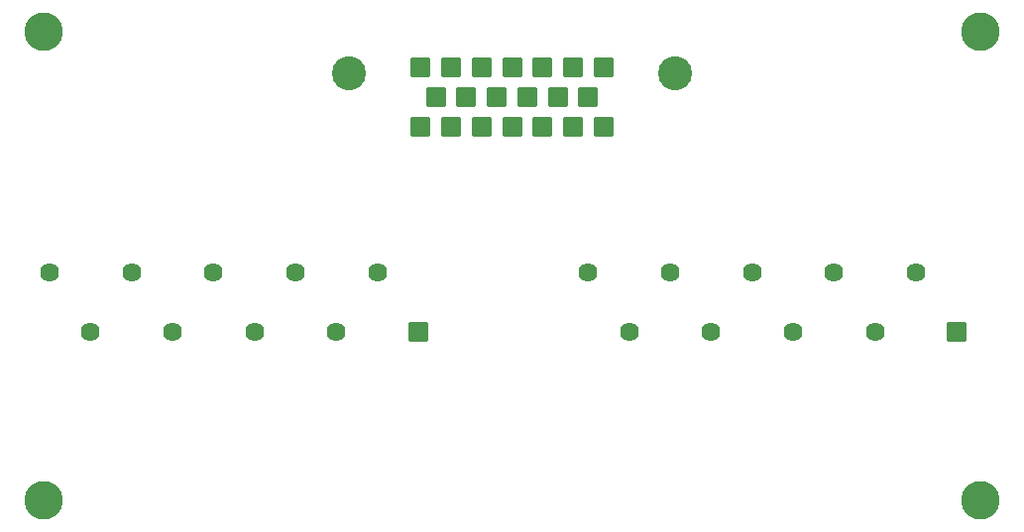
<source format=gbr>
%TF.GenerationSoftware,KiCad,Pcbnew,(6.0.4)*%
%TF.CreationDate,2022-05-07T21:31:00+10:00*%
%TF.ProjectId,mr-20-breakout,6d722d32-302d-4627-9265-616b6f75742e,rev?*%
%TF.SameCoordinates,Original*%
%TF.FileFunction,Soldermask,Bot*%
%TF.FilePolarity,Negative*%
%FSLAX46Y46*%
G04 Gerber Fmt 4.6, Leading zero omitted, Abs format (unit mm)*
G04 Created by KiCad (PCBNEW (6.0.4)) date 2022-05-07 21:31:00*
%MOMM*%
%LPD*%
G01*
G04 APERTURE LIST*
G04 Aperture macros list*
%AMRoundRect*
0 Rectangle with rounded corners*
0 $1 Rounding radius*
0 $2 $3 $4 $5 $6 $7 $8 $9 X,Y pos of 4 corners*
0 Add a 4 corners polygon primitive as box body*
4,1,4,$2,$3,$4,$5,$6,$7,$8,$9,$2,$3,0*
0 Add four circle primitives for the rounded corners*
1,1,$1+$1,$2,$3*
1,1,$1+$1,$4,$5*
1,1,$1+$1,$6,$7*
1,1,$1+$1,$8,$9*
0 Add four rect primitives between the rounded corners*
20,1,$1+$1,$2,$3,$4,$5,0*
20,1,$1+$1,$4,$5,$6,$7,0*
20,1,$1+$1,$6,$7,$8,$9,0*
20,1,$1+$1,$8,$9,$2,$3,0*%
G04 Aperture macros list end*
%ADD10C,3.300000*%
%ADD11C,2.900000*%
%ADD12RoundRect,0.050000X-0.762000X-0.762000X0.762000X-0.762000X0.762000X0.762000X-0.762000X0.762000X0*%
%ADD13C,1.624000*%
%ADD14RoundRect,0.050000X0.762000X0.762000X-0.762000X0.762000X-0.762000X-0.762000X0.762000X-0.762000X0*%
G04 APERTURE END LIST*
D10*
%TO.C,REF\u002A\u002A*%
X188000000Y-64410000D03*
%TD*%
D11*
%TO.C,CN1*%
X134100000Y-27960000D03*
X161900000Y-27960000D03*
D12*
X140200000Y-27460000D03*
X142800000Y-27460000D03*
X145400000Y-27460000D03*
X148000000Y-27460000D03*
X150600000Y-27460000D03*
X153200000Y-27460000D03*
X155800000Y-27460000D03*
X141500000Y-30000000D03*
X144100000Y-30000000D03*
X146700000Y-30000000D03*
X149300000Y-30000000D03*
X151900000Y-30000000D03*
X154500000Y-30000000D03*
X140200000Y-32540000D03*
X142800000Y-32540000D03*
X145400000Y-32540000D03*
X148000000Y-32540000D03*
X150600000Y-32540000D03*
X153200000Y-32540000D03*
X155800000Y-32540000D03*
%TD*%
D10*
%TO.C,REF\u002A\u002A*%
X108000000Y-64410000D03*
%TD*%
D13*
%TO.C,J2*%
X108500000Y-45000000D03*
X112000000Y-50000000D03*
X115500000Y-45000000D03*
X119000000Y-50000000D03*
X122500000Y-45000000D03*
X126000000Y-50000000D03*
X129500000Y-45000000D03*
X133000000Y-50000000D03*
X136500000Y-45000000D03*
D14*
X140000000Y-50000000D03*
%TD*%
%TO.C,J1*%
X186000000Y-50000000D03*
D13*
X182500000Y-45000000D03*
X179000000Y-50000000D03*
X175500000Y-45000000D03*
X172000000Y-50000000D03*
X168500000Y-45000000D03*
X165000000Y-50000000D03*
X161500000Y-45000000D03*
X158000000Y-50000000D03*
X154500000Y-45000000D03*
%TD*%
D10*
%TO.C,REF\u002A\u002A*%
X188000000Y-24410000D03*
%TD*%
%TO.C,REF\u002A\u002A*%
X108000000Y-24410000D03*
%TD*%
M02*

</source>
